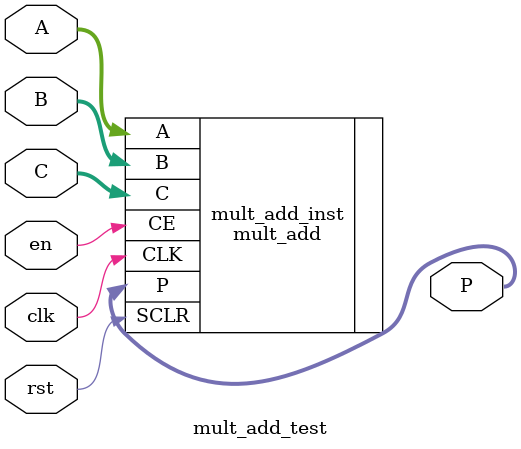
<source format=v>
`timescale 1ns / 1ps


module mult_add_test(
    clk, en, rst, A, B, C, P
    );
    
    input clk;
    input en;
    input rst;
    input [15 : 0] A;
    input [15 : 0] B;
    input [27 : 0] C;
    output [32 : 0] P;
    
mult_add mult_add_inst (
      .CLK(clk),    // input wire CLK
      .CE(en),      // input wire CE
      .SCLR(rst),  // input wire SCLR
      .A(A),        // input wire [15 : 0] A
      .B(B),        // input wire [15 : 0] B
      .C(C),        // input wire [15 : 0] C
      .P(P)        // output wire [31 : 0] P
    );  
    
endmodule

</source>
